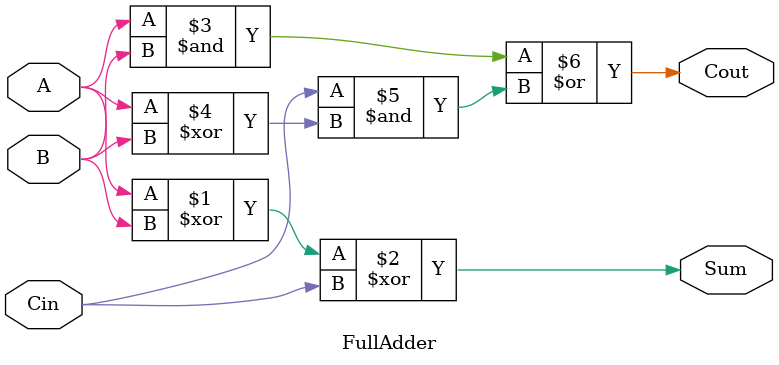
<source format=v>
module RippleCarryAdder (
  input [31:0] a, 
  input [31:0] b, 
  input cin,    
  output  [31:0] s, 
  output  cout  
);

wire c1,c2,c3,c4,c5,c6,c7,c8,c9,c10,c11,c12,c13,c14,c15,c16,c17,c18,c19,c20,c21,c22,c23,c24,c26,c27,c28,c29,c30,c31,c32;
            FullAdder bit1(c1,s[0],a[0],b[0],cin);
            FullAdder bit2(c2,s[1],a[1],b[1],c1);
            FullAdder bit3(c3,s[2],a[2],b[2],c2);
            FullAdder bit4(c4,s[3],a[3],b[3],c3);
            FullAdder bit5(c5,s[4],a[4],b[4],c4);
            FullAdder bit6(c6,s[5],a[5],b[5],c5);
            FullAdder bit7(c7,s[6],a[6],b[6],c6);
            FullAdder bit8(c8,s[7],a[7],b[7],c7);
            FullAdder bit9(c9,s[8],a[8],b[8],c8);
            FullAdder bit10(c10,s[9],a[9],b[9],c9);
            FullAdder bit11(c11,s[10],a[10],b[10],c10);
            FullAdder bit12(c12,s[11],a[11],b[11],c11);
            FullAdder bit13(c13,s[12],a[12],b[12],c12);
            FullAdder bit14(c14,s[13],a[13],b[13],c13);
            FullAdder bit15(c15,s[14],a[14],b[14],c14);
            FullAdder bit16(c16,s[15],a[15],b[15],c15);
            FullAdder bit17(c17,s[16],a[16],b[16],c16);
            FullAdder bit18(c18,s[17],a[17],b[17],c17);
            FullAdder bit19(c19,s[18],a[18],b[18],c18);
            FullAdder bit20(c20,s[19],a[19],b[19],c19);
            FullAdder bit21(c21,s[20],a[20],b[20],c20);
            FullAdder bit22(c22,s[21],a[21],b[21],c21);
            FullAdder bit23(c23,s[22],a[22],b[22],c22);
            FullAdder bit24(c24,s[23],a[23],b[23],c23);
            FullAdder bit25(c25,s[24],a[24],b[24],c24);
            FullAdder bit26(c26,s[25],a[25],b[25],c25);
            FullAdder bit27(c27,s[26],a[26],b[26],c26);
            FullAdder bit28(c28,s[27],a[27],b[27],c27);
            FullAdder bit29(c29,s[28],a[28],b[28],c28);
            FullAdder bit30(c30,s[29],a[29],b[29],c29);
            FullAdder bit31(c31,s[30],a[30],b[30],c30);
	    FullAdder bit32(c32,s[31],a[31],b[31],c31);
assign cout = c32;
endmodule
module FullAdder (
    output Cout,
    output Sum,
    input A,
    input B,
    input Cin

);

assign Sum = A ^ B ^ Cin;
assign Cout = (A & B) | (Cin & (A ^ B));

endmodule
</source>
